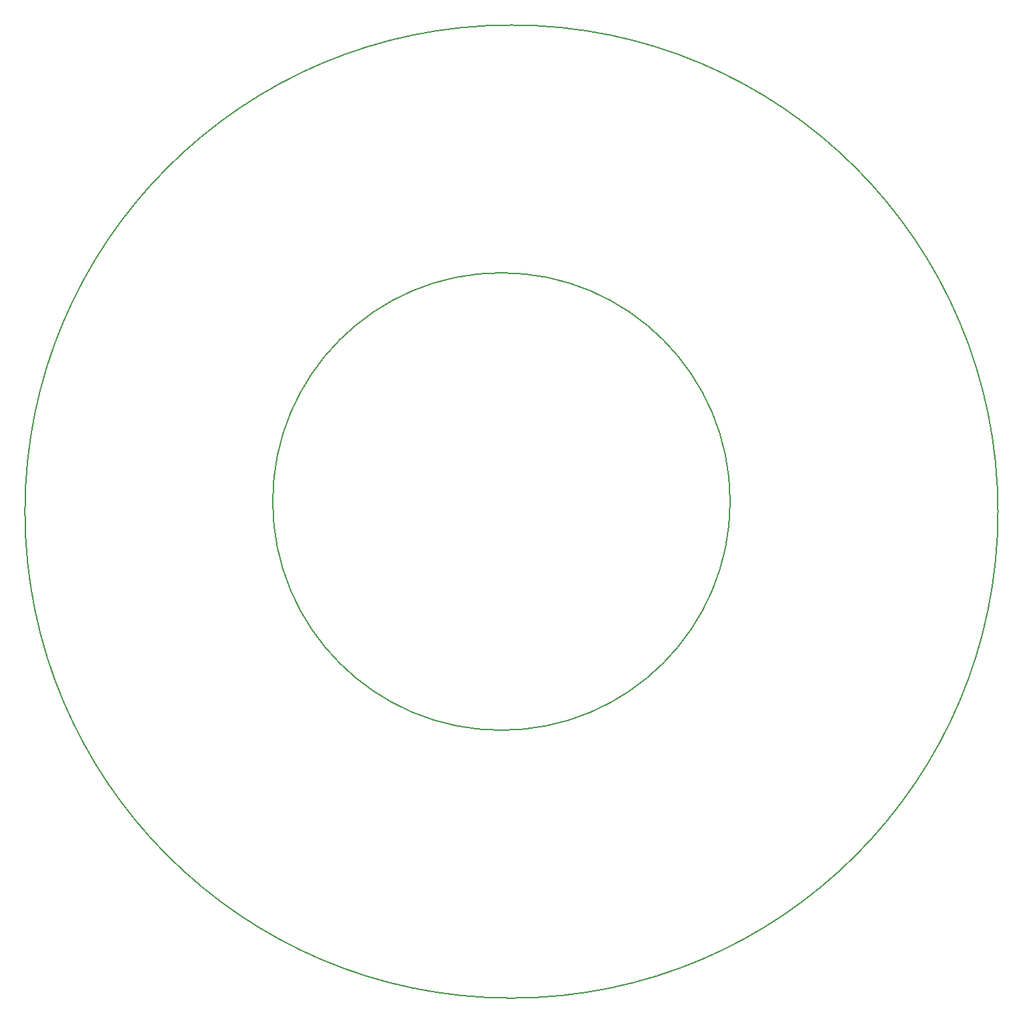
<source format=gbr>
G04 #@! TF.GenerationSoftware,KiCad,Pcbnew,5.0.2+dfsg1-1+build2*
G04 #@! TF.CreationDate,2019-10-30T00:02:47-04:00*
G04 #@! TF.ProjectId,round_pcb,726f756e-645f-4706-9362-2e6b69636164,rev?*
G04 #@! TF.SameCoordinates,Original*
G04 #@! TF.FileFunction,Profile,NP*
%FSLAX46Y46*%
G04 Gerber Fmt 4.6, Leading zero omitted, Abs format (unit mm)*
G04 Created by KiCad (PCBNEW 5.0.2+dfsg1-1+build2) date Wed 30 Oct 2019 12:02:47 AM EDT*
%MOMM*%
%LPD*%
G01*
G04 APERTURE LIST*
%ADD10C,0.150000*%
G04 APERTURE END LIST*
D10*
X155960456Y-101600000D02*
G75*
G03X155960456Y-101600000I-28960456J0D01*
G01*
X189874819Y-102870000D02*
G75*
G03X189874819Y-102870000I-61604819J0D01*
G01*
M02*

</source>
